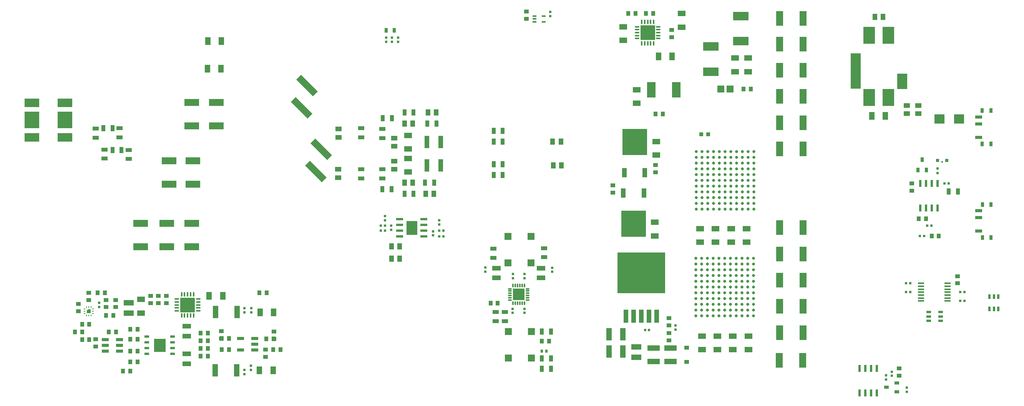
<source format=gtp>
G04*
G04 #@! TF.GenerationSoftware,Altium Limited,Altium Designer,22.8.2 (66)*
G04*
G04 Layer_Color=8421504*
%FSLAX25Y25*%
%MOIN*%
G70*
G04*
G04 #@! TF.SameCoordinates,06F15F39-AEDB-48F6-AEE8-35A9AA385212*
G04*
G04*
G04 #@! TF.FilePolarity,Positive*
G04*
G01*
G75*
%ADD24R,0.03150X0.03937*%
%ADD25R,0.05906X0.02756*%
%ADD26R,0.02441X0.02441*%
%ADD27R,0.03937X0.03543*%
%ADD28R,0.03543X0.03937*%
%ADD29R,0.05906X0.12598*%
%ADD30R,0.02362X0.04331*%
%ADD31R,0.07087X0.04528*%
%ADD32R,0.02441X0.02284*%
%ADD33R,0.12598X0.05906*%
%ADD34R,0.03937X0.03740*%
%ADD35R,0.13386X0.07284*%
%ADD36R,0.06102X0.06102*%
%ADD37R,0.12795X0.12795*%
%ADD38O,0.01378X0.04134*%
%ADD39O,0.04134X0.01378*%
%ADD40R,0.04528X0.07087*%
%ADD41R,0.07087X0.04528*%
%ADD42R,0.07284X0.13386*%
%ADD43R,0.04528X0.07087*%
%ADD44R,0.06496X0.02992*%
%ADD45R,0.03740X0.03937*%
%ADD46R,0.09843X0.11811*%
%ADD47R,0.04134X0.01968*%
%ADD48R,0.00787X0.01732*%
%ADD49R,0.01732X0.00787*%
%ADD50R,0.01181X0.01181*%
%ADD51R,0.03937X0.03740*%
%ADD52R,0.08661X0.04724*%
%ADD53R,0.07795X0.04016*%
%ADD54R,0.04921X0.10630*%
%ADD55R,0.02441X0.02362*%
%ADD56R,0.05512X0.03740*%
%ADD57R,0.03740X0.05512*%
G04:AMPARAMS|DCode=58|XSize=58.27mil|YSize=203.15mil|CornerRadius=0mil|HoleSize=0mil|Usage=FLASHONLY|Rotation=45.000|XOffset=0mil|YOffset=0mil|HoleType=Round|Shape=Rectangle|*
%AMROTATEDRECTD58*
4,1,4,0.05122,-0.09243,-0.09243,0.05122,-0.05122,0.09243,0.09243,-0.05122,0.05122,-0.09243,0.0*
%
%ADD58ROTATEDRECTD58*%

%ADD59R,0.12717X0.07402*%
%ADD60R,0.12717X0.07874*%
%ADD61R,0.02244X0.02677*%
%ADD62R,0.41732X0.35433*%
%ADD63R,0.04134X0.11614*%
%ADD64R,0.04252X0.03622*%
%ADD65R,0.10630X0.04528*%
%ADD66R,0.04528X0.10630*%
%ADD67R,0.02441X0.02441*%
%ADD68R,0.05709X0.01772*%
%ADD69R,0.03740X0.03740*%
%ADD70R,0.04331X0.02362*%
%ADD71R,0.02284X0.02441*%
%ADD72C,0.02559*%
%ADD73R,0.09055X0.31102*%
%ADD74R,0.09055X0.13386*%
%ADD75R,0.09843X0.14961*%
%ADD76R,0.02362X0.06102*%
%ADD77R,0.03150X0.02756*%
%ADD78R,0.01575X0.01575*%
%ADD79R,0.02559X0.04134*%
%ADD80R,0.05709X0.04331*%
%ADD81R,0.09055X0.08465*%
%ADD82R,0.04134X0.02559*%
%ADD83R,0.05906X0.05906*%
%ADD84R,0.04134X0.05512*%
%ADD85R,0.05512X0.04134*%
%ADD86R,0.04331X0.11024*%
%ADD87R,0.09488X0.12197*%
%ADD88R,0.06102X0.02362*%
%ADD89R,0.03150X0.03937*%
%ADD90R,0.21654X0.23032*%
%ADD91R,0.03937X0.08268*%
%ADD92R,0.03543X0.01575*%
%ADD93R,0.04331X0.05709*%
%ADD94R,0.10433X0.10433*%
%ADD95O,0.03347X0.01181*%
%ADD96O,0.01181X0.03347*%
G36*
X552752Y238581D02*
X546059D01*
Y245983D01*
X552752D01*
Y238581D01*
D02*
G37*
G36*
X543303D02*
X536610D01*
Y245983D01*
X543303D01*
Y238581D01*
D02*
G37*
G36*
X552752Y228424D02*
X546059D01*
Y235825D01*
X552752D01*
Y228424D01*
D02*
G37*
G36*
X543303D02*
X536610D01*
Y235825D01*
X543303D01*
Y228424D01*
D02*
G37*
G36*
X551772Y167520D02*
X545079D01*
Y174921D01*
X551772D01*
Y167520D01*
D02*
G37*
G36*
X542323D02*
X535630D01*
Y174921D01*
X542323D01*
Y167520D01*
D02*
G37*
G36*
X551772Y157362D02*
X545079D01*
Y164764D01*
X551772D01*
Y157362D01*
D02*
G37*
G36*
X542323D02*
X535630D01*
Y164764D01*
X542323D01*
Y157362D01*
D02*
G37*
G36*
X568898Y133031D02*
X563386D01*
Y138386D01*
X568898D01*
Y133031D01*
D02*
G37*
G36*
X561024D02*
X555512D01*
Y138386D01*
X561024D01*
Y133031D01*
D02*
G37*
G36*
X553150D02*
X547638D01*
Y138386D01*
X553150D01*
Y133031D01*
D02*
G37*
G36*
X545276D02*
X539764D01*
Y138386D01*
X545276D01*
Y133031D01*
D02*
G37*
G36*
X537402D02*
X531890D01*
Y138386D01*
X537402D01*
Y133031D01*
D02*
G37*
G36*
X568898Y124843D02*
X563386D01*
Y130197D01*
X568898D01*
Y124843D01*
D02*
G37*
G36*
X561024D02*
X555512D01*
Y130197D01*
X561024D01*
Y124843D01*
D02*
G37*
G36*
X553150D02*
X547638D01*
Y130197D01*
X553150D01*
Y124843D01*
D02*
G37*
G36*
X545276D02*
X539764D01*
Y130197D01*
X545276D01*
Y124843D01*
D02*
G37*
G36*
X537402D02*
X531890D01*
Y130197D01*
X537402D01*
Y124843D01*
D02*
G37*
G36*
X568898Y116654D02*
X563386D01*
Y122008D01*
X568898D01*
Y116654D01*
D02*
G37*
G36*
X561024D02*
X555512D01*
Y122008D01*
X561024D01*
Y116654D01*
D02*
G37*
G36*
X553150D02*
X547638D01*
Y122008D01*
X553150D01*
Y116654D01*
D02*
G37*
G36*
X545276D02*
X539764D01*
Y122008D01*
X545276D01*
Y116654D01*
D02*
G37*
G36*
X537402D02*
X531890D01*
Y122008D01*
X537402D01*
Y116654D01*
D02*
G37*
G36*
X568898Y108465D02*
X563386D01*
Y113819D01*
X568898D01*
Y108465D01*
D02*
G37*
G36*
X561024D02*
X555512D01*
Y113819D01*
X561024D01*
Y108465D01*
D02*
G37*
G36*
X553150D02*
X547638D01*
Y113819D01*
X553150D01*
Y108465D01*
D02*
G37*
G36*
X545276D02*
X539764D01*
Y113819D01*
X545276D01*
Y108465D01*
D02*
G37*
G36*
X537402D02*
X531890D01*
Y113819D01*
X537402D01*
Y108465D01*
D02*
G37*
G36*
X72953Y88465D02*
X69567D01*
Y91063D01*
X69721Y91078D01*
X70005Y91196D01*
X70222Y91413D01*
X70340Y91697D01*
X70355Y91850D01*
X72953D01*
Y88465D01*
D02*
G37*
D24*
X846331Y264380D02*
D03*
Y235640D02*
D03*
X853930D02*
D03*
Y264380D02*
D03*
X853983Y182968D02*
D03*
Y154228D02*
D03*
X846384D02*
D03*
Y182968D02*
D03*
D25*
X843241Y241151D02*
D03*
Y252962D02*
D03*
Y258868D02*
D03*
X843294Y177456D02*
D03*
Y171551D02*
D03*
Y159740D02*
D03*
D26*
X471404Y350197D02*
D03*
Y346654D02*
D03*
X415009Y128084D02*
D03*
Y124541D02*
D03*
X473179Y127913D02*
D03*
Y124370D02*
D03*
X80315Y93898D02*
D03*
Y97441D02*
D03*
X206299Y39134D02*
D03*
Y35591D02*
D03*
Y89173D02*
D03*
Y92716D02*
D03*
X767717Y37598D02*
D03*
Y34055D02*
D03*
X449016Y118937D02*
D03*
Y122480D02*
D03*
X333429Y164354D02*
D03*
Y160811D02*
D03*
X369921Y159630D02*
D03*
Y156087D02*
D03*
X438976Y88779D02*
D03*
Y92323D02*
D03*
X439173Y118937D02*
D03*
Y122480D02*
D03*
X449016Y92323D02*
D03*
Y88780D02*
D03*
D27*
X77165Y59528D02*
D03*
Y65827D02*
D03*
X131572Y97243D02*
D03*
Y103542D02*
D03*
X138661Y103543D02*
D03*
Y97244D02*
D03*
X224410Y50433D02*
D03*
Y56732D02*
D03*
X231890Y72441D02*
D03*
Y66142D02*
D03*
X186221Y72835D02*
D03*
Y66535D02*
D03*
X574409Y64764D02*
D03*
Y71063D02*
D03*
Y84193D02*
D03*
Y77894D02*
D03*
X774016Y40551D02*
D03*
Y34252D02*
D03*
X450787Y344094D02*
D03*
Y350394D02*
D03*
D28*
X59073Y72087D02*
D03*
X65373D02*
D03*
X545401Y348872D02*
D03*
X539102D02*
D03*
X560756D02*
D03*
X554457D02*
D03*
X569094Y261648D02*
D03*
X562795D02*
D03*
X65354Y65630D02*
D03*
X71653D02*
D03*
X94882Y72047D02*
D03*
X88583D02*
D03*
X107087Y38189D02*
D03*
X100787D02*
D03*
X113386Y46063D02*
D03*
X107087D02*
D03*
X113386Y74410D02*
D03*
X107087D02*
D03*
X92520Y86516D02*
D03*
X86221D02*
D03*
X168110Y51181D02*
D03*
X174409D02*
D03*
X186614Y56693D02*
D03*
X192913D02*
D03*
X225197Y66142D02*
D03*
X231496D02*
D03*
X231102Y56693D02*
D03*
X237402D02*
D03*
X168110Y71260D02*
D03*
X174409D02*
D03*
X186614Y66417D02*
D03*
X192913D02*
D03*
X85039Y106299D02*
D03*
X78740D02*
D03*
X225631Y106224D02*
D03*
X219332D02*
D03*
X425984Y97047D02*
D03*
X419685D02*
D03*
X645512Y283257D02*
D03*
X639213D02*
D03*
X470472Y64173D02*
D03*
X464173D02*
D03*
D29*
X670441Y71586D02*
D03*
X690914D02*
D03*
X670441Y94381D02*
D03*
X690914D02*
D03*
X670441Y299541D02*
D03*
X690914D02*
D03*
X690551Y47638D02*
D03*
X670079D02*
D03*
X690914Y139972D02*
D03*
X670441D02*
D03*
X690914Y162768D02*
D03*
X670441D02*
D03*
X690914Y117177D02*
D03*
X670441D02*
D03*
X690914Y322337D02*
D03*
X670441D02*
D03*
X690914Y276746D02*
D03*
X670441D02*
D03*
X690914Y231155D02*
D03*
X670441D02*
D03*
X690914Y253950D02*
D03*
X670441D02*
D03*
X690945Y344488D02*
D03*
X670472D02*
D03*
D30*
X852610Y102845D02*
D03*
X856350D02*
D03*
X860090D02*
D03*
Y92215D02*
D03*
X856350D02*
D03*
X852610D02*
D03*
D31*
X563504Y225787D02*
D03*
Y237598D02*
D03*
X562323Y155650D02*
D03*
Y167461D02*
D03*
X585433Y348675D02*
D03*
Y336864D02*
D03*
X534772Y337218D02*
D03*
Y325408D02*
D03*
X116535Y100394D02*
D03*
Y88583D02*
D03*
X348031Y222835D02*
D03*
Y211024D02*
D03*
Y231102D02*
D03*
Y242913D02*
D03*
D32*
X780731Y23996D02*
D03*
Y20295D02*
D03*
X328067Y169016D02*
D03*
Y172716D02*
D03*
X580315Y77835D02*
D03*
Y74134D02*
D03*
X762992Y34528D02*
D03*
Y30827D02*
D03*
X807550Y214016D02*
D03*
Y210315D02*
D03*
X375157Y165457D02*
D03*
Y169157D02*
D03*
X339606Y327716D02*
D03*
Y324016D02*
D03*
X329331Y324016D02*
D03*
Y327717D02*
D03*
X334055D02*
D03*
Y324016D02*
D03*
D33*
X138976Y166535D02*
D03*
Y146063D02*
D03*
X116142Y166535D02*
D03*
Y146063D02*
D03*
X160630Y166535D02*
D03*
Y146063D02*
D03*
Y271654D02*
D03*
Y251181D02*
D03*
X161417Y200394D02*
D03*
Y220866D02*
D03*
X181890Y271654D02*
D03*
Y251181D02*
D03*
X140945Y200394D02*
D03*
Y220866D02*
D03*
D34*
X824803Y114370D02*
D03*
Y120669D02*
D03*
X576673Y334569D02*
D03*
Y328270D02*
D03*
X62205Y90139D02*
D03*
Y96438D02*
D03*
X124803Y103543D02*
D03*
Y97244D02*
D03*
X71260Y106299D02*
D03*
Y100000D02*
D03*
X785039Y201181D02*
D03*
Y194882D02*
D03*
X525787Y193307D02*
D03*
Y199606D02*
D03*
X562913Y210866D02*
D03*
Y217165D02*
D03*
D35*
X610890Y298316D02*
D03*
Y320166D02*
D03*
X636850Y324694D02*
D03*
Y346544D02*
D03*
D36*
X434882Y155295D02*
D03*
Y132106D02*
D03*
X454882D02*
D03*
Y155295D02*
D03*
X455079Y49429D02*
D03*
Y72618D02*
D03*
X435079D02*
D03*
Y49429D02*
D03*
D37*
X556031Y332140D02*
D03*
X156890Y95669D02*
D03*
D38*
X550913Y341392D02*
D03*
X553472D02*
D03*
X556031D02*
D03*
X558590D02*
D03*
X561150D02*
D03*
Y322888D02*
D03*
X558590D02*
D03*
X556031D02*
D03*
X553472D02*
D03*
X550913D02*
D03*
X162008Y104921D02*
D03*
X159449D02*
D03*
X156890D02*
D03*
X154331D02*
D03*
X151772D02*
D03*
Y86417D02*
D03*
X154331D02*
D03*
X156890D02*
D03*
X159449D02*
D03*
X162008D02*
D03*
D39*
X565283Y337258D02*
D03*
Y334699D02*
D03*
Y332140D02*
D03*
Y329581D02*
D03*
Y327022D02*
D03*
X546779D02*
D03*
Y329581D02*
D03*
Y332140D02*
D03*
Y334699D02*
D03*
Y337258D02*
D03*
X166142Y90551D02*
D03*
Y93110D02*
D03*
Y95669D02*
D03*
Y98228D02*
D03*
Y100787D02*
D03*
X147638D02*
D03*
Y98228D02*
D03*
Y95669D02*
D03*
Y93110D02*
D03*
Y90551D02*
D03*
D40*
X565400Y311614D02*
D03*
X577211D02*
D03*
X762205Y259842D02*
D03*
X750394D02*
D03*
D41*
X546653Y270703D02*
D03*
Y282514D02*
D03*
X614961Y161945D02*
D03*
Y150134D02*
D03*
X628385Y161945D02*
D03*
Y150134D02*
D03*
X641810Y161945D02*
D03*
Y150134D02*
D03*
X601536Y161945D02*
D03*
Y150134D02*
D03*
X603071Y68542D02*
D03*
Y56731D02*
D03*
X631756Y298217D02*
D03*
Y310028D02*
D03*
X643173Y298217D02*
D03*
Y310028D02*
D03*
X629920Y56731D02*
D03*
Y68542D02*
D03*
X643344Y56731D02*
D03*
Y68542D02*
D03*
X616495Y56731D02*
D03*
Y68542D02*
D03*
D42*
X580905Y282514D02*
D03*
X559055D02*
D03*
D43*
X187402Y103542D02*
D03*
X175591D02*
D03*
X219291Y38976D02*
D03*
X231102D02*
D03*
X231496Y89134D02*
D03*
X219685D02*
D03*
X185827Y300787D02*
D03*
X174016D02*
D03*
X186221Y324787D02*
D03*
X174409D02*
D03*
D44*
X97992Y65630D02*
D03*
Y60630D02*
D03*
Y55630D02*
D03*
X85473D02*
D03*
Y60630D02*
D03*
Y65630D02*
D03*
X202795Y66417D02*
D03*
Y56417D02*
D03*
X215315D02*
D03*
Y61417D02*
D03*
Y66417D02*
D03*
D45*
X113386Y65748D02*
D03*
X107087D02*
D03*
X113386Y55512D02*
D03*
X107087D02*
D03*
X65354Y78740D02*
D03*
X71653D02*
D03*
X168110Y57874D02*
D03*
X174409D02*
D03*
X168110Y64567D02*
D03*
X174409D02*
D03*
X802362Y155512D02*
D03*
X808661D02*
D03*
X797612Y170669D02*
D03*
X791313D02*
D03*
D46*
X132677Y60630D02*
D03*
D47*
X143898Y68130D02*
D03*
Y63130D02*
D03*
Y58130D02*
D03*
Y53130D02*
D03*
X121457D02*
D03*
Y58130D02*
D03*
Y63130D02*
D03*
Y68130D02*
D03*
D48*
X69291Y93799D02*
D03*
X71260D02*
D03*
X73228D02*
D03*
Y86516D02*
D03*
X71260D02*
D03*
X69291D02*
D03*
D49*
X74902Y92126D02*
D03*
Y90158D02*
D03*
Y88189D02*
D03*
X67618D02*
D03*
Y90158D02*
D03*
Y92126D02*
D03*
D50*
X71260Y90158D02*
D03*
D51*
X86221Y93898D02*
D03*
Y99803D02*
D03*
X94488Y100000D02*
D03*
Y93701D02*
D03*
D52*
X105905Y97441D02*
D03*
Y88386D02*
D03*
X546063Y50197D02*
D03*
Y59252D02*
D03*
D53*
X156299Y44606D02*
D03*
Y53031D02*
D03*
Y77047D02*
D03*
Y68622D02*
D03*
X463386Y127441D02*
D03*
Y119016D02*
D03*
X424803Y127441D02*
D03*
Y119016D02*
D03*
D54*
X199409Y38976D02*
D03*
X180905D02*
D03*
X181299Y89370D02*
D03*
X199803D02*
D03*
D55*
X211811Y42756D02*
D03*
Y39134D02*
D03*
X212205Y92756D02*
D03*
Y89134D02*
D03*
D56*
X105905Y230315D02*
D03*
Y222441D02*
D03*
X84984Y230602D02*
D03*
Y222728D02*
D03*
X97976Y241339D02*
D03*
Y249213D02*
D03*
X77110Y240945D02*
D03*
Y248819D02*
D03*
X432283Y89370D02*
D03*
Y81496D02*
D03*
X424016D02*
D03*
Y89370D02*
D03*
X422047Y144488D02*
D03*
Y136614D02*
D03*
X466142Y144882D02*
D03*
Y137008D02*
D03*
X325827Y248409D02*
D03*
Y240535D02*
D03*
X325984Y205512D02*
D03*
Y213386D02*
D03*
X307480Y205512D02*
D03*
Y213386D02*
D03*
Y241339D02*
D03*
Y249213D02*
D03*
D57*
X99606Y230315D02*
D03*
X91732D02*
D03*
X91677Y249213D02*
D03*
X83803D02*
D03*
X464173Y40157D02*
D03*
X472047D02*
D03*
X464173Y49213D02*
D03*
X472047D02*
D03*
X817319Y194108D02*
D03*
X825193D02*
D03*
X472047Y72362D02*
D03*
X464173D02*
D03*
X422441Y208661D02*
D03*
X430315D02*
D03*
X422441Y246850D02*
D03*
X430315D02*
D03*
Y237402D02*
D03*
X422441D02*
D03*
X430315Y217717D02*
D03*
X422441D02*
D03*
X364803Y253134D02*
D03*
X372677D02*
D03*
X326217Y257858D02*
D03*
X334091D02*
D03*
X325984Y196063D02*
D03*
X333858D02*
D03*
X345118Y192110D02*
D03*
X352992D02*
D03*
X362835Y201953D02*
D03*
X370709D02*
D03*
X345114Y262976D02*
D03*
X352988D02*
D03*
D58*
X260634Y286038D02*
D03*
X255901Y266718D02*
D03*
X268106Y211600D02*
D03*
X272839Y230920D02*
D03*
D59*
X50365Y271299D02*
D03*
Y241299D02*
D03*
X21682D02*
D03*
Y271299D02*
D03*
D60*
X50365Y259567D02*
D03*
Y253031D02*
D03*
X21682D02*
D03*
Y259567D02*
D03*
D61*
X464213Y55512D02*
D03*
X468071D02*
D03*
D62*
X550394Y123425D02*
D03*
D63*
X563779Y85827D02*
D03*
X557087D02*
D03*
X550394D02*
D03*
X543701D02*
D03*
X537008D02*
D03*
D64*
X589764Y46063D02*
D03*
Y58661D02*
D03*
D65*
X575984Y58268D02*
D03*
Y46457D02*
D03*
X561024Y58268D02*
D03*
Y46457D02*
D03*
D66*
X522638Y70079D02*
D03*
X534449D02*
D03*
X522638Y55118D02*
D03*
X534449D02*
D03*
D67*
X553740Y73740D02*
D03*
X557283D02*
D03*
X817126Y201181D02*
D03*
X813583D02*
D03*
D68*
X793307Y114370D02*
D03*
Y111811D02*
D03*
Y109252D02*
D03*
Y106693D02*
D03*
Y104134D02*
D03*
Y101575D02*
D03*
Y99016D02*
D03*
X816142D02*
D03*
Y101575D02*
D03*
Y104134D02*
D03*
Y106693D02*
D03*
Y109252D02*
D03*
Y111811D02*
D03*
Y114370D02*
D03*
D69*
X602598Y243701D02*
D03*
X608504D02*
D03*
D70*
X810316Y89370D02*
D03*
Y85630D02*
D03*
Y81890D02*
D03*
X799685D02*
D03*
Y85630D02*
D03*
Y89370D02*
D03*
D71*
X830866Y106693D02*
D03*
X827165D02*
D03*
X830984Y99016D02*
D03*
X827283D02*
D03*
X783740Y106693D02*
D03*
X780039D02*
D03*
X783740Y114567D02*
D03*
X780039D02*
D03*
X792244Y155512D02*
D03*
X795945D02*
D03*
X802244Y164567D02*
D03*
X798543D02*
D03*
X328067Y160118D02*
D03*
X324366D02*
D03*
Y164354D02*
D03*
X328067D02*
D03*
X375157Y155083D02*
D03*
X378858D02*
D03*
Y160083D02*
D03*
X375157D02*
D03*
D72*
X603228Y228858D02*
D03*
X648228D02*
D03*
Y223858D02*
D03*
Y218858D02*
D03*
Y213858D02*
D03*
Y208858D02*
D03*
Y203858D02*
D03*
Y198858D02*
D03*
Y193858D02*
D03*
Y188858D02*
D03*
Y183858D02*
D03*
Y178858D02*
D03*
X643228Y228858D02*
D03*
Y223858D02*
D03*
Y218858D02*
D03*
Y213858D02*
D03*
Y208858D02*
D03*
Y203858D02*
D03*
Y198858D02*
D03*
Y193858D02*
D03*
Y188858D02*
D03*
Y183858D02*
D03*
Y178858D02*
D03*
X638228Y228858D02*
D03*
Y223858D02*
D03*
Y218858D02*
D03*
Y213858D02*
D03*
Y208858D02*
D03*
Y203858D02*
D03*
Y198858D02*
D03*
Y193858D02*
D03*
Y188858D02*
D03*
Y183858D02*
D03*
Y178858D02*
D03*
X633228Y228858D02*
D03*
Y223858D02*
D03*
Y218858D02*
D03*
Y213858D02*
D03*
Y208858D02*
D03*
Y203858D02*
D03*
Y198858D02*
D03*
Y193858D02*
D03*
Y188858D02*
D03*
Y183858D02*
D03*
Y178858D02*
D03*
X628228Y228858D02*
D03*
Y223858D02*
D03*
Y218858D02*
D03*
Y213858D02*
D03*
Y208858D02*
D03*
Y203858D02*
D03*
Y198858D02*
D03*
Y193858D02*
D03*
Y188858D02*
D03*
Y183858D02*
D03*
Y178858D02*
D03*
X623228Y228858D02*
D03*
Y223858D02*
D03*
Y218858D02*
D03*
Y213858D02*
D03*
Y208858D02*
D03*
Y203858D02*
D03*
Y198858D02*
D03*
Y193858D02*
D03*
Y188858D02*
D03*
Y183858D02*
D03*
Y178858D02*
D03*
X618228Y228858D02*
D03*
Y223858D02*
D03*
Y218858D02*
D03*
Y213858D02*
D03*
Y208858D02*
D03*
Y203858D02*
D03*
Y198858D02*
D03*
Y193858D02*
D03*
Y188858D02*
D03*
Y183858D02*
D03*
Y178858D02*
D03*
X613228Y228858D02*
D03*
Y223858D02*
D03*
Y218858D02*
D03*
Y213858D02*
D03*
Y208858D02*
D03*
Y203858D02*
D03*
Y198858D02*
D03*
Y193858D02*
D03*
Y188858D02*
D03*
Y183858D02*
D03*
Y178858D02*
D03*
X608228Y228858D02*
D03*
Y223858D02*
D03*
Y218858D02*
D03*
Y213858D02*
D03*
Y208858D02*
D03*
Y203858D02*
D03*
Y198858D02*
D03*
Y193858D02*
D03*
Y188858D02*
D03*
Y183858D02*
D03*
Y178858D02*
D03*
X603228Y223858D02*
D03*
Y218858D02*
D03*
Y213858D02*
D03*
Y208858D02*
D03*
Y203858D02*
D03*
Y198858D02*
D03*
Y193858D02*
D03*
Y188858D02*
D03*
Y183858D02*
D03*
Y178858D02*
D03*
X598228Y228858D02*
D03*
Y223858D02*
D03*
Y218858D02*
D03*
Y213858D02*
D03*
Y208858D02*
D03*
Y203858D02*
D03*
Y198858D02*
D03*
Y193858D02*
D03*
Y188858D02*
D03*
Y183858D02*
D03*
Y178858D02*
D03*
X597953Y86024D02*
D03*
Y91024D02*
D03*
Y96024D02*
D03*
Y101024D02*
D03*
Y106024D02*
D03*
Y111024D02*
D03*
Y116024D02*
D03*
Y121024D02*
D03*
Y126024D02*
D03*
Y131024D02*
D03*
Y136024D02*
D03*
X602953Y86024D02*
D03*
Y91024D02*
D03*
Y96024D02*
D03*
Y101024D02*
D03*
Y106024D02*
D03*
Y111024D02*
D03*
Y116024D02*
D03*
Y121024D02*
D03*
Y126024D02*
D03*
Y131024D02*
D03*
Y136024D02*
D03*
X607953Y86024D02*
D03*
Y91024D02*
D03*
Y96024D02*
D03*
Y101024D02*
D03*
Y106024D02*
D03*
Y111024D02*
D03*
Y116024D02*
D03*
Y121024D02*
D03*
Y126024D02*
D03*
Y131024D02*
D03*
Y136024D02*
D03*
X612953Y86024D02*
D03*
Y91024D02*
D03*
Y96024D02*
D03*
Y101024D02*
D03*
Y106024D02*
D03*
Y111024D02*
D03*
Y116024D02*
D03*
Y121024D02*
D03*
Y126024D02*
D03*
Y131024D02*
D03*
Y136024D02*
D03*
X617953Y86024D02*
D03*
Y91024D02*
D03*
Y96024D02*
D03*
Y101024D02*
D03*
Y106024D02*
D03*
Y111024D02*
D03*
Y116024D02*
D03*
Y121024D02*
D03*
Y126024D02*
D03*
Y131024D02*
D03*
Y136024D02*
D03*
X622953Y86024D02*
D03*
Y91024D02*
D03*
Y96024D02*
D03*
Y101024D02*
D03*
Y106024D02*
D03*
Y111024D02*
D03*
Y116024D02*
D03*
Y121024D02*
D03*
Y126024D02*
D03*
Y131024D02*
D03*
Y136024D02*
D03*
X627953Y86024D02*
D03*
Y91024D02*
D03*
Y96024D02*
D03*
Y101024D02*
D03*
Y106024D02*
D03*
Y111024D02*
D03*
Y116024D02*
D03*
Y121024D02*
D03*
Y126024D02*
D03*
Y131024D02*
D03*
Y136024D02*
D03*
X632953Y86024D02*
D03*
Y91024D02*
D03*
Y96024D02*
D03*
Y101024D02*
D03*
Y106024D02*
D03*
Y111024D02*
D03*
Y116024D02*
D03*
Y121024D02*
D03*
Y126024D02*
D03*
Y131024D02*
D03*
Y136024D02*
D03*
X637953Y86024D02*
D03*
Y91024D02*
D03*
Y96024D02*
D03*
Y101024D02*
D03*
Y106024D02*
D03*
Y111024D02*
D03*
Y116024D02*
D03*
Y121024D02*
D03*
Y126024D02*
D03*
Y131024D02*
D03*
Y136024D02*
D03*
X642953Y86024D02*
D03*
Y91024D02*
D03*
Y96024D02*
D03*
Y101024D02*
D03*
Y106024D02*
D03*
Y111024D02*
D03*
Y116024D02*
D03*
Y121024D02*
D03*
Y126024D02*
D03*
Y131024D02*
D03*
Y136024D02*
D03*
X647953Y86024D02*
D03*
Y91024D02*
D03*
Y96024D02*
D03*
Y101024D02*
D03*
Y106024D02*
D03*
Y111024D02*
D03*
Y116024D02*
D03*
Y121024D02*
D03*
Y126024D02*
D03*
Y131024D02*
D03*
Y136024D02*
D03*
D73*
X736614Y298819D02*
D03*
D74*
X776771Y289961D02*
D03*
D75*
X764960Y329725D02*
D03*
Y275787D02*
D03*
X748031Y329725D02*
D03*
Y275787D02*
D03*
D76*
X807500Y201181D02*
D03*
X802500D02*
D03*
X797500D02*
D03*
X792500D02*
D03*
X807500Y179921D02*
D03*
X802500D02*
D03*
X797500D02*
D03*
X792500D02*
D03*
X739744Y19291D02*
D03*
X744744D02*
D03*
X749744D02*
D03*
X754744D02*
D03*
X739744Y40551D02*
D03*
X744744D02*
D03*
X749744D02*
D03*
X754744D02*
D03*
D77*
X807480Y221260D02*
D03*
X815354D02*
D03*
D78*
X811417Y219882D02*
D03*
D79*
X794183Y221811D02*
D03*
X797924Y212756D02*
D03*
X790443D02*
D03*
D80*
X790729Y268898D02*
D03*
Y261811D02*
D03*
X780902Y268898D02*
D03*
Y261811D02*
D03*
D81*
X809252Y257087D02*
D03*
X826181D02*
D03*
D82*
X763189Y24016D02*
D03*
X772244Y27756D02*
D03*
Y20276D02*
D03*
D83*
X619527Y283257D02*
D03*
X627402D02*
D03*
D84*
X474016Y216929D02*
D03*
X481102D02*
D03*
X473622Y237543D02*
D03*
X480709D02*
D03*
X345118Y253134D02*
D03*
X352205D02*
D03*
X363366Y192110D02*
D03*
X370453D02*
D03*
X345118Y201953D02*
D03*
X352205D02*
D03*
X340787Y135811D02*
D03*
X333701D02*
D03*
X340787Y146441D02*
D03*
X333701D02*
D03*
X365354Y262992D02*
D03*
X372441D02*
D03*
D85*
X336221Y213386D02*
D03*
Y220472D02*
D03*
X336063Y240535D02*
D03*
Y233449D02*
D03*
X287402Y213386D02*
D03*
Y206299D02*
D03*
X287795Y248425D02*
D03*
Y241339D02*
D03*
D86*
X364567Y237008D02*
D03*
X376378D02*
D03*
X364567Y216929D02*
D03*
X376378D02*
D03*
D87*
X351417Y162583D02*
D03*
D88*
X340984Y155083D02*
D03*
Y160083D02*
D03*
Y165083D02*
D03*
Y170083D02*
D03*
X361850D02*
D03*
Y165083D02*
D03*
Y160083D02*
D03*
Y155083D02*
D03*
D89*
X329331Y334252D02*
D03*
X336024D02*
D03*
D90*
X543701Y166142D02*
D03*
X544681Y237203D02*
D03*
D91*
X534724Y192913D02*
D03*
X552677D02*
D03*
X553658Y210432D02*
D03*
X535705D02*
D03*
D92*
X457677Y346654D02*
D03*
Y344094D02*
D03*
Y341535D02*
D03*
X465945D02*
D03*
Y346654D02*
D03*
D93*
X753150Y345910D02*
D03*
X760236D02*
D03*
D94*
X444095Y104724D02*
D03*
D95*
X436417Y99803D02*
D03*
Y101772D02*
D03*
Y103740D02*
D03*
Y105709D02*
D03*
Y107677D02*
D03*
Y109646D02*
D03*
X451772D02*
D03*
Y107677D02*
D03*
Y105709D02*
D03*
Y103740D02*
D03*
Y101772D02*
D03*
Y99803D02*
D03*
D96*
X439173Y112402D02*
D03*
X441142D02*
D03*
X443110D02*
D03*
X445079D02*
D03*
X447047D02*
D03*
X449016D02*
D03*
Y97047D02*
D03*
X447047D02*
D03*
X445079D02*
D03*
X443110D02*
D03*
X441142D02*
D03*
X439173D02*
D03*
M02*

</source>
